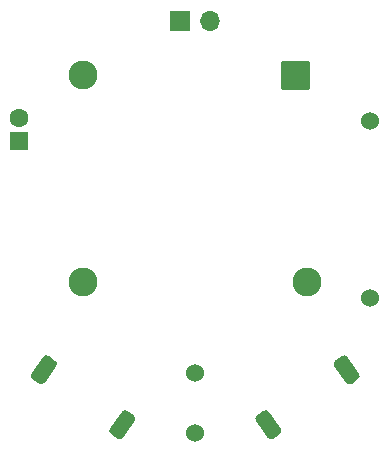
<source format=gbs>
%TF.GenerationSoftware,KiCad,Pcbnew,(5.1.9-0-10_14)*%
%TF.CreationDate,2024-01-23T11:46:41+01:00*%
%TF.ProjectId,berker-sensor-acdc,6265726b-6572-42d7-9365-6e736f722d61,rev?*%
%TF.SameCoordinates,Original*%
%TF.FileFunction,Soldermask,Bot*%
%TF.FilePolarity,Negative*%
%FSLAX46Y46*%
G04 Gerber Fmt 4.6, Leading zero omitted, Abs format (unit mm)*
G04 Created by KiCad (PCBNEW (5.1.9-0-10_14)) date 2024-01-23 11:46:41*
%MOMM*%
%LPD*%
G01*
G04 APERTURE LIST*
%ADD10C,2.454000*%
%ADD11C,1.524000*%
%ADD12O,1.700000X1.700000*%
%ADD13R,1.700000X1.700000*%
%ADD14C,1.600000*%
%ADD15R,1.600000X1.600000*%
G04 APERTURE END LIST*
%TO.C,J2*%
G36*
G01*
X-12405738Y-10000450D02*
X-11852811Y-10387614D01*
G75*
G02*
X-11769929Y-10857660I-193582J-276464D01*
G01*
X-12759348Y-12270698D01*
G75*
G02*
X-13229394Y-12353580I-276464J193582D01*
G01*
X-13782321Y-11966416D01*
G75*
G02*
X-13865203Y-11496370I193582J276464D01*
G01*
X-12875784Y-10083332D01*
G75*
G02*
X-12405738Y-10000450I276464J-193582D01*
G01*
G37*
G36*
G01*
X-5770606Y-14646420D02*
X-5217679Y-15033584D01*
G75*
G02*
X-5134797Y-15503630I-193582J-276464D01*
G01*
X-6124216Y-16916668D01*
G75*
G02*
X-6594262Y-16999550I-276464J193582D01*
G01*
X-7147189Y-16612386D01*
G75*
G02*
X-7230071Y-16142340I193582J276464D01*
G01*
X-6240652Y-14729302D01*
G75*
G02*
X-5770606Y-14646420I276464J-193582D01*
G01*
G37*
%TD*%
%TO.C,J1*%
G36*
G01*
X13782321Y-11966416D02*
X13229394Y-12353580D01*
G75*
G02*
X12759348Y-12270698I-193582J276464D01*
G01*
X11769929Y-10857660D01*
G75*
G02*
X11852811Y-10387614I276464J193582D01*
G01*
X12405738Y-10000450D01*
G75*
G02*
X12875784Y-10083332I193582J-276464D01*
G01*
X13865203Y-11496370D01*
G75*
G02*
X13782321Y-11966416I-276464J-193582D01*
G01*
G37*
G36*
G01*
X7147189Y-16612386D02*
X6594262Y-16999550D01*
G75*
G02*
X6124216Y-16916668I-193582J276464D01*
G01*
X5134797Y-15503630D01*
G75*
G02*
X5217679Y-15033584I276464J193582D01*
G01*
X5770606Y-14646420D01*
G75*
G02*
X6240652Y-14729302I193582J-276464D01*
G01*
X7230071Y-16142340D01*
G75*
G02*
X7147189Y-16612386I-276464J-193582D01*
G01*
G37*
%TD*%
D10*
%TO.C,U1*%
X-9500000Y-3750000D03*
X-9500000Y13750000D03*
X9500000Y-3750000D03*
G36*
G01*
X9625000Y12523000D02*
X7375000Y12523000D01*
G75*
G02*
X7273000Y12625000I0J102000D01*
G01*
X7273000Y14875000D01*
G75*
G02*
X7375000Y14977000I102000J0D01*
G01*
X9625000Y14977000D01*
G75*
G02*
X9727000Y14875000I0J-102000D01*
G01*
X9727000Y12625000D01*
G75*
G02*
X9625000Y12523000I-102000J0D01*
G01*
G37*
%TD*%
D11*
%TO.C,F1*%
X0Y-16540000D03*
X0Y-11460000D03*
%TD*%
D12*
%TO.C,J3*%
X1270000Y18400000D03*
D13*
X-1270000Y18400000D03*
%TD*%
D11*
%TO.C,C1*%
X14800000Y9900000D03*
X14800000Y-5100000D03*
%TD*%
D14*
%TO.C,C2*%
X-14950000Y10170000D03*
D15*
X-14950000Y8170000D03*
%TD*%
M02*

</source>
